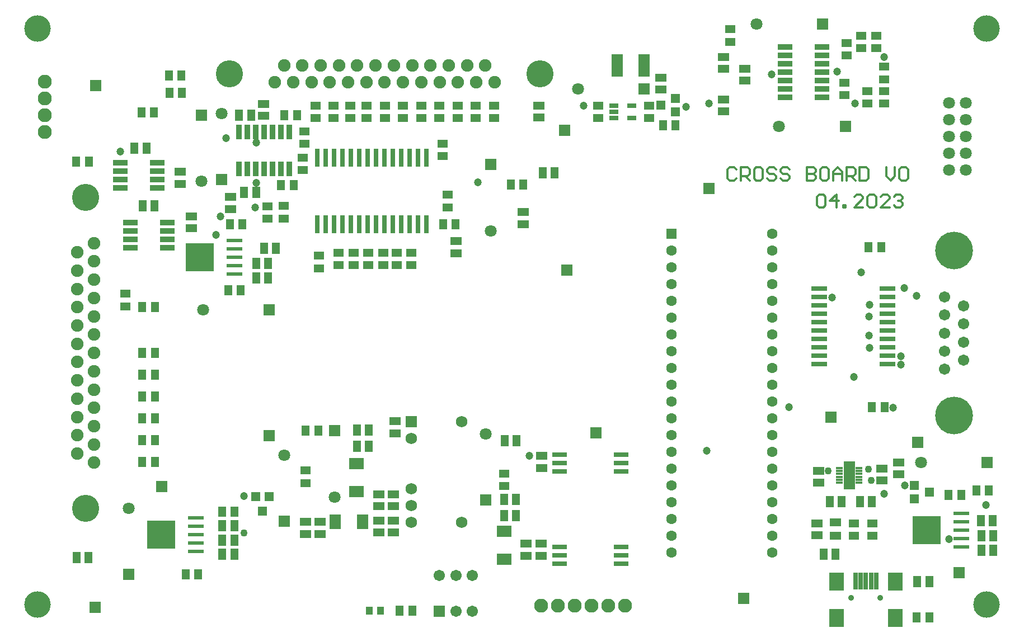
<source format=gts>
G04*
G04 #@! TF.GenerationSoftware,Altium Limited,Altium Designer,18.0.12 (696)*
G04*
G04 Layer_Color=10964583*
%FSLAX44Y44*%
%MOMM*%
G71*
G01*
G75*
%ADD15C,0.3000*%
%ADD22R,1.2540X1.6040*%
%ADD23R,2.2360X0.8644*%
%ADD24R,1.6540X1.3040*%
%ADD25R,1.3040X1.6540*%
%ADD26R,1.6040X1.2540*%
%ADD27R,0.8644X2.2360*%
%ADD28R,2.4040X0.8040*%
%ADD29R,1.3216X1.3216*%
%ADD30R,2.2040X0.8040*%
%ADD31R,1.0040X1.2040*%
%ADD32R,1.3216X1.3216*%
%ADD33R,2.3622X0.6096*%
%ADD34R,4.2040X4.2040*%
%ADD35R,0.8040X2.7040*%
%ADD36R,1.4540X0.8040*%
%ADD37R,1.0040X0.4540*%
%ADD38R,1.8040X4.2040*%
%ADD39R,1.7040X3.4044*%
%ADD40R,2.2040X2.7040*%
%ADD41R,0.7040X2.5040*%
%ADD42R,2.3040X1.8040*%
%ADD43R,1.8040X2.3040*%
%ADD44R,1.6540X1.1540*%
%ADD45R,1.8040X1.8040*%
%ADD46C,2.1040*%
%ADD47C,1.7040*%
%ADD48R,1.7040X1.7040*%
%ADD49C,5.7040*%
%ADD50R,1.7280X1.7280*%
%ADD51C,1.7280*%
%ADD52C,4.1040*%
%ADD53C,1.9040*%
%ADD54C,1.8040*%
%ADD55C,0.9000*%
%ADD56R,1.8040X1.8040*%
%ADD57C,1.6040*%
%ADD58R,1.6040X1.6040*%
%ADD59C,4.0040*%
%ADD60C,1.1040*%
%ADD61C,1.2040*%
D15*
X1421000Y866661D02*
X1424332Y869994D01*
X1430997D01*
X1434329Y866661D01*
Y853332D01*
X1430997Y850000D01*
X1424332D01*
X1421000Y853332D01*
Y866661D01*
X1450990Y850000D02*
Y869994D01*
X1440994Y859997D01*
X1454323D01*
X1460987Y850000D02*
Y853332D01*
X1464319D01*
Y850000D01*
X1460987D01*
X1490977D02*
X1477648D01*
X1490977Y863329D01*
Y866661D01*
X1487645Y869994D01*
X1480981D01*
X1477648Y866661D01*
X1497642D02*
X1500974Y869994D01*
X1507639D01*
X1510971Y866661D01*
Y853332D01*
X1507639Y850000D01*
X1500974D01*
X1497642Y853332D01*
Y866661D01*
X1530965Y850000D02*
X1517635D01*
X1530965Y863329D01*
Y866661D01*
X1527632Y869994D01*
X1520968D01*
X1517635Y866661D01*
X1537629D02*
X1540961Y869994D01*
X1547626D01*
X1550958Y866661D01*
Y863329D01*
X1547626Y859997D01*
X1544294D01*
X1547626D01*
X1550958Y856665D01*
Y853332D01*
X1547626Y850000D01*
X1540961D01*
X1537629Y853332D01*
X1299329Y907661D02*
X1295997Y910994D01*
X1289332D01*
X1286000Y907661D01*
Y894332D01*
X1289332Y891000D01*
X1295997D01*
X1299329Y894332D01*
X1305994Y891000D02*
Y910994D01*
X1315990D01*
X1319323Y907661D01*
Y900997D01*
X1315990Y897664D01*
X1305994D01*
X1312658D02*
X1319323Y891000D01*
X1335984Y910994D02*
X1329319D01*
X1325987Y907661D01*
Y894332D01*
X1329319Y891000D01*
X1335984D01*
X1339316Y894332D01*
Y907661D01*
X1335984Y910994D01*
X1359310Y907661D02*
X1355977Y910994D01*
X1349313D01*
X1345981Y907661D01*
Y904329D01*
X1349313Y900997D01*
X1355977D01*
X1359310Y897664D01*
Y894332D01*
X1355977Y891000D01*
X1349313D01*
X1345981Y894332D01*
X1379303Y907661D02*
X1375971Y910994D01*
X1369306D01*
X1365974Y907661D01*
Y904329D01*
X1369306Y900997D01*
X1375971D01*
X1379303Y897664D01*
Y894332D01*
X1375971Y891000D01*
X1369306D01*
X1365974Y894332D01*
X1405961Y910994D02*
Y891000D01*
X1415958D01*
X1419290Y894332D01*
Y897664D01*
X1415958Y900997D01*
X1405961D01*
X1415958D01*
X1419290Y904329D01*
Y907661D01*
X1415958Y910994D01*
X1405961D01*
X1435952D02*
X1429287D01*
X1425955Y907661D01*
Y894332D01*
X1429287Y891000D01*
X1435952D01*
X1439284Y894332D01*
Y907661D01*
X1435952Y910994D01*
X1445948Y891000D02*
Y904329D01*
X1452613Y910994D01*
X1459277Y904329D01*
Y891000D01*
Y900997D01*
X1445948D01*
X1465942Y891000D02*
Y910994D01*
X1475939D01*
X1479271Y907661D01*
Y900997D01*
X1475939Y897664D01*
X1465942D01*
X1472607D02*
X1479271Y891000D01*
X1485936Y910994D02*
Y891000D01*
X1495932D01*
X1499265Y894332D01*
Y907661D01*
X1495932Y910994D01*
X1485936D01*
X1525923D02*
Y897664D01*
X1532587Y891000D01*
X1539252Y897664D01*
Y910994D01*
X1545916Y907661D02*
X1549249Y910994D01*
X1555913D01*
X1559245Y907661D01*
Y894332D01*
X1555913Y891000D01*
X1549249D01*
X1545916Y894332D01*
Y907661D01*
D22*
X300500Y920000D02*
D03*
X319500D02*
D03*
X615500Y990000D02*
D03*
X634500D02*
D03*
X1518500Y790000D02*
D03*
X1499500D02*
D03*
X460500Y1024000D02*
D03*
X441500D02*
D03*
X629500Y884000D02*
D03*
X610500D02*
D03*
X1523500Y548000D02*
D03*
X1504500D02*
D03*
X790000Y240000D02*
D03*
X809000D02*
D03*
X552000Y825000D02*
D03*
X533000D02*
D03*
X521000Y390000D02*
D03*
X540000D02*
D03*
X1639500Y415000D02*
D03*
X1620500D02*
D03*
X400500Y465000D02*
D03*
X419500D02*
D03*
X400500Y597000D02*
D03*
X419500D02*
D03*
X400500Y630000D02*
D03*
X419500D02*
D03*
X400500Y498000D02*
D03*
X419500D02*
D03*
X400500Y531000D02*
D03*
X419500D02*
D03*
Y564000D02*
D03*
X400500D02*
D03*
X419500Y699428D02*
D03*
X400500D02*
D03*
X1207000Y975000D02*
D03*
X1188000D02*
D03*
X1591000Y230000D02*
D03*
X1572000D02*
D03*
X647500Y512000D02*
D03*
X666500D02*
D03*
X549500Y725000D02*
D03*
X530500D02*
D03*
X485000Y295000D02*
D03*
X466000D02*
D03*
X1662500Y422000D02*
D03*
X1681500D02*
D03*
X418000Y994500D02*
D03*
X399000D02*
D03*
X874500Y825000D02*
D03*
X855500D02*
D03*
X958000Y885000D02*
D03*
X977000D02*
D03*
X459500Y1050000D02*
D03*
X440500D02*
D03*
D23*
X423380Y879800D02*
D03*
Y892500D02*
D03*
Y905200D02*
D03*
Y917900D02*
D03*
X367500Y879800D02*
D03*
Y892500D02*
D03*
Y905200D02*
D03*
Y917900D02*
D03*
X438380Y789600D02*
D03*
Y802300D02*
D03*
Y815000D02*
D03*
Y827700D02*
D03*
X382500Y789600D02*
D03*
Y802300D02*
D03*
Y815000D02*
D03*
Y827700D02*
D03*
X1373000Y1029600D02*
D03*
Y1016900D02*
D03*
Y1093100D02*
D03*
Y1080400D02*
D03*
Y1067700D02*
D03*
Y1055000D02*
D03*
X1428880Y1029600D02*
D03*
Y1016900D02*
D03*
Y1093100D02*
D03*
Y1080400D02*
D03*
Y1067700D02*
D03*
Y1055000D02*
D03*
X1373000Y1042300D02*
D03*
X1428880D02*
D03*
D24*
X457500Y904000D02*
D03*
Y886000D02*
D03*
X1185000Y1046500D02*
D03*
Y1028500D02*
D03*
X1000000Y1004500D02*
D03*
Y986500D02*
D03*
X1312000Y1042000D02*
D03*
Y1060000D02*
D03*
X1280000Y996000D02*
D03*
Y1014000D02*
D03*
Y1060000D02*
D03*
Y1078000D02*
D03*
X758000Y398000D02*
D03*
Y416000D02*
D03*
X780000D02*
D03*
Y398000D02*
D03*
X780000Y358000D02*
D03*
Y376000D02*
D03*
X758000Y358000D02*
D03*
Y376000D02*
D03*
X647000Y356000D02*
D03*
Y374000D02*
D03*
X669000Y356000D02*
D03*
Y374000D02*
D03*
X1004000Y341000D02*
D03*
Y323000D02*
D03*
X981000Y341000D02*
D03*
Y323000D02*
D03*
X475000Y818500D02*
D03*
Y836500D02*
D03*
X1544500Y464250D02*
D03*
Y446250D02*
D03*
X1421500Y354000D02*
D03*
Y372000D02*
D03*
X1519000Y436750D02*
D03*
Y454750D02*
D03*
X782500Y526500D02*
D03*
Y508500D02*
D03*
X1005000Y474000D02*
D03*
Y456000D02*
D03*
X1424000Y451250D02*
D03*
Y433250D02*
D03*
X875000Y799000D02*
D03*
Y781000D02*
D03*
X977000Y825000D02*
D03*
Y843000D02*
D03*
X534000Y866000D02*
D03*
Y848000D02*
D03*
X584000Y1007000D02*
D03*
Y989000D02*
D03*
D25*
X401000Y852500D02*
D03*
X419000D02*
D03*
X1573000Y284000D02*
D03*
X1591000D02*
D03*
X743000Y489000D02*
D03*
X725000D02*
D03*
X743000Y513000D02*
D03*
X725000D02*
D03*
X590901Y743236D02*
D03*
X572901D02*
D03*
Y765236D02*
D03*
X590901D02*
D03*
X584901Y788236D02*
D03*
X602901D02*
D03*
X966000Y384000D02*
D03*
X948000D02*
D03*
X966000Y408000D02*
D03*
X948000D02*
D03*
X539500Y325000D02*
D03*
X521500D02*
D03*
Y346833D02*
D03*
X539500D02*
D03*
X521500Y368667D02*
D03*
X539500D02*
D03*
X1688000Y331000D02*
D03*
X1670000D02*
D03*
Y353000D02*
D03*
X1688000D02*
D03*
X1669000Y376000D02*
D03*
X1687000D02*
D03*
X388500Y940000D02*
D03*
X406500D02*
D03*
X1449000Y325000D02*
D03*
X1431000D02*
D03*
X1458500Y405000D02*
D03*
X1440500D02*
D03*
X1486000D02*
D03*
X1504000D02*
D03*
X1006000Y902500D02*
D03*
X1024000D02*
D03*
X966500Y497500D02*
D03*
X948500D02*
D03*
X554500Y873000D02*
D03*
X572500D02*
D03*
X565000Y990000D02*
D03*
X547000D02*
D03*
X319000Y320000D02*
D03*
X301000D02*
D03*
D26*
X646000Y965500D02*
D03*
Y946500D02*
D03*
X855000Y947000D02*
D03*
Y928000D02*
D03*
X1488000Y1110500D02*
D03*
Y1091500D02*
D03*
X614000Y852500D02*
D03*
Y833500D02*
D03*
X590000Y852000D02*
D03*
Y833000D02*
D03*
X1466000Y1080500D02*
D03*
Y1099500D02*
D03*
X862500Y869500D02*
D03*
Y850500D02*
D03*
X1290000Y1120000D02*
D03*
Y1101000D02*
D03*
X1523000Y1063500D02*
D03*
Y1044500D02*
D03*
X1463000Y1039100D02*
D03*
Y1020100D02*
D03*
X1497000Y1007400D02*
D03*
Y1026400D02*
D03*
X1523000D02*
D03*
Y1007400D02*
D03*
X1511000Y1091500D02*
D03*
Y1110500D02*
D03*
X375000Y719500D02*
D03*
Y700500D02*
D03*
X668000Y777250D02*
D03*
Y758250D02*
D03*
X822500Y1004500D02*
D03*
Y985500D02*
D03*
X1090000D02*
D03*
Y1004500D02*
D03*
X850000D02*
D03*
Y985500D02*
D03*
X877500Y1004500D02*
D03*
Y985500D02*
D03*
X932500Y1004500D02*
D03*
Y985500D02*
D03*
X905000Y1004500D02*
D03*
Y985500D02*
D03*
X1167500Y1004500D02*
D03*
Y985500D02*
D03*
X1505000Y353000D02*
D03*
Y372000D02*
D03*
X1477000Y353000D02*
D03*
Y372000D02*
D03*
X647500Y452000D02*
D03*
Y433000D02*
D03*
X948000Y428500D02*
D03*
Y447500D02*
D03*
X795000Y1004500D02*
D03*
Y985500D02*
D03*
X767500Y1004500D02*
D03*
Y985500D02*
D03*
X740000Y1004500D02*
D03*
Y985500D02*
D03*
X715000Y1004500D02*
D03*
Y985500D02*
D03*
X690000Y1004500D02*
D03*
Y985500D02*
D03*
X662500Y1004500D02*
D03*
Y985500D02*
D03*
X643000Y925500D02*
D03*
Y906500D02*
D03*
X807500Y763000D02*
D03*
Y782000D02*
D03*
X785000Y763000D02*
D03*
Y782000D02*
D03*
X765000Y763000D02*
D03*
Y782000D02*
D03*
X742500Y763000D02*
D03*
Y782000D02*
D03*
X720000Y763000D02*
D03*
Y782000D02*
D03*
X697500Y763000D02*
D03*
Y782000D02*
D03*
D27*
X597700Y964880D02*
D03*
Y909000D02*
D03*
X585000Y964880D02*
D03*
X572300D02*
D03*
X559600D02*
D03*
X546900D02*
D03*
X623100D02*
D03*
X610400D02*
D03*
X585000Y909000D02*
D03*
X572300D02*
D03*
X559600D02*
D03*
X546900D02*
D03*
X623100D02*
D03*
X610400D02*
D03*
D28*
X1527500Y727150D02*
D03*
Y714450D02*
D03*
Y701750D02*
D03*
Y689050D02*
D03*
Y676350D02*
D03*
Y663650D02*
D03*
Y650950D02*
D03*
Y638250D02*
D03*
Y625550D02*
D03*
Y612850D02*
D03*
X1424500D02*
D03*
Y625550D02*
D03*
Y638250D02*
D03*
Y650950D02*
D03*
Y663650D02*
D03*
Y676350D02*
D03*
Y689050D02*
D03*
Y701750D02*
D03*
Y714450D02*
D03*
Y727150D02*
D03*
D29*
X1591000Y419000D02*
D03*
X1568902Y408840D02*
D03*
Y429160D02*
D03*
X1207098Y994840D02*
D03*
Y1015160D02*
D03*
X1185000Y1005000D02*
D03*
D30*
X1031500Y475550D02*
D03*
Y462850D02*
D03*
Y450150D02*
D03*
Y335850D02*
D03*
Y323150D02*
D03*
Y310450D02*
D03*
X1124500D02*
D03*
Y323150D02*
D03*
Y335850D02*
D03*
Y450150D02*
D03*
Y462850D02*
D03*
Y475550D02*
D03*
D31*
X760500Y240000D02*
D03*
X744000D02*
D03*
D32*
X592500Y412500D02*
D03*
X572180D02*
D03*
X582340Y390402D02*
D03*
D33*
X540000Y749400D02*
D03*
Y762100D02*
D03*
Y774800D02*
D03*
Y787500D02*
D03*
Y800200D02*
D03*
X481599Y329600D02*
D03*
Y342300D02*
D03*
Y355000D02*
D03*
Y367700D02*
D03*
Y380400D02*
D03*
X1639959Y336100D02*
D03*
Y348800D02*
D03*
Y361500D02*
D03*
Y374200D02*
D03*
Y386900D02*
D03*
D34*
X487041Y774800D02*
D03*
X428640Y355000D02*
D03*
X1587000Y361500D02*
D03*
D35*
X830050Y925500D02*
D03*
X817350D02*
D03*
X804650D02*
D03*
X791950D02*
D03*
X779250D02*
D03*
X766550D02*
D03*
X753850D02*
D03*
X741150D02*
D03*
X728450D02*
D03*
X715750D02*
D03*
X703050D02*
D03*
X690350D02*
D03*
X677650D02*
D03*
X664950D02*
D03*
Y824500D02*
D03*
X677650D02*
D03*
X690350D02*
D03*
X703050D02*
D03*
X715750D02*
D03*
X728450D02*
D03*
X741150D02*
D03*
X753850D02*
D03*
X766550D02*
D03*
X779250D02*
D03*
X791950D02*
D03*
X804650D02*
D03*
X817350D02*
D03*
X830050D02*
D03*
D36*
X1114000Y1004500D02*
D03*
Y995000D02*
D03*
Y985500D02*
D03*
X1141000D02*
D03*
Y1004500D02*
D03*
D37*
X1485000Y433500D02*
D03*
Y438000D02*
D03*
Y442500D02*
D03*
Y447000D02*
D03*
Y451500D02*
D03*
Y456000D02*
D03*
X1455000Y433500D02*
D03*
Y438000D02*
D03*
Y442500D02*
D03*
Y447000D02*
D03*
Y451500D02*
D03*
Y456000D02*
D03*
D38*
X1470000Y445000D02*
D03*
D39*
X1160000Y1065000D02*
D03*
X1118600D02*
D03*
D40*
X1450500Y284000D02*
D03*
X1539500D02*
D03*
X1450500Y229000D02*
D03*
X1539500D02*
D03*
D41*
X1503000Y285000D02*
D03*
X1487000D02*
D03*
X1511000D02*
D03*
X1495000D02*
D03*
X1479250D02*
D03*
D42*
X724000Y462000D02*
D03*
Y420000D02*
D03*
X948000Y360000D02*
D03*
Y318000D02*
D03*
D43*
X692000Y374000D02*
D03*
X734000D02*
D03*
D44*
X1449250Y373250D02*
D03*
Y353250D02*
D03*
D45*
X1258164Y878688D02*
D03*
X330000Y1035000D02*
D03*
X430000Y428000D02*
D03*
X691000Y512000D02*
D03*
X615000Y375000D02*
D03*
X380000Y295000D02*
D03*
X920000Y407500D02*
D03*
X520000Y892700D02*
D03*
X927500Y915000D02*
D03*
X490000Y990000D02*
D03*
X329000Y245000D02*
D03*
X1043000Y755000D02*
D03*
X1039000Y967000D02*
D03*
X1636000Y297000D02*
D03*
X1087000Y509000D02*
D03*
X592000Y505000D02*
D03*
X1310000Y258000D02*
D03*
X1442000Y533000D02*
D03*
X1574000Y495000D02*
D03*
D46*
X252500Y964200D02*
D03*
Y989600D02*
D03*
Y1015000D02*
D03*
Y1040400D02*
D03*
X1131000Y247500D02*
D03*
X1105600D02*
D03*
X1080200D02*
D03*
X1054800D02*
D03*
X1029400D02*
D03*
X1004000D02*
D03*
D47*
X900000Y239000D02*
D03*
X900000Y293000D02*
D03*
X875000D02*
D03*
Y239000D02*
D03*
X850000Y293000D02*
D03*
X1643000Y646400D02*
D03*
X1614552Y714900D02*
D03*
Y687500D02*
D03*
Y660100D02*
D03*
Y632700D02*
D03*
Y605300D02*
D03*
X1643000Y619000D02*
D03*
Y673800D02*
D03*
Y701200D02*
D03*
D48*
X850000Y239000D02*
D03*
D49*
X1628776Y535150D02*
D03*
Y785050D02*
D03*
D50*
X807000Y525600D02*
D03*
D51*
Y500200D02*
D03*
Y424000D02*
D03*
Y398600D02*
D03*
Y373200D02*
D03*
X883200D02*
D03*
Y525600D02*
D03*
D52*
X315000Y865200D02*
D03*
Y394800D02*
D03*
X531950Y1052300D02*
D03*
X1002350D02*
D03*
D53*
X327700Y796200D02*
D03*
Y768500D02*
D03*
Y740800D02*
D03*
Y713100D02*
D03*
Y685400D02*
D03*
Y657700D02*
D03*
Y630000D02*
D03*
Y602300D02*
D03*
Y574600D02*
D03*
Y546900D02*
D03*
Y519200D02*
D03*
Y491500D02*
D03*
Y463800D02*
D03*
X302300Y782350D02*
D03*
Y754650D02*
D03*
Y726950D02*
D03*
Y699250D02*
D03*
Y671550D02*
D03*
Y643850D02*
D03*
Y616150D02*
D03*
Y588450D02*
D03*
Y560750D02*
D03*
Y533050D02*
D03*
Y505350D02*
D03*
Y477650D02*
D03*
X933350Y1039600D02*
D03*
X905650D02*
D03*
X877950D02*
D03*
X850250D02*
D03*
X822550D02*
D03*
X794850D02*
D03*
X767150D02*
D03*
X739450D02*
D03*
X711750D02*
D03*
X684050D02*
D03*
X656350D02*
D03*
X628650D02*
D03*
X600950D02*
D03*
X919500Y1065000D02*
D03*
X891800D02*
D03*
X864100D02*
D03*
X836400D02*
D03*
X808700D02*
D03*
X781000D02*
D03*
X753300D02*
D03*
X725600D02*
D03*
X697900D02*
D03*
X670200D02*
D03*
X642500D02*
D03*
X614800D02*
D03*
D54*
X1646474Y1008624D02*
D03*
X1621074D02*
D03*
X1646474Y983224D02*
D03*
X1621074D02*
D03*
X1646474Y957824D02*
D03*
X1621074D02*
D03*
Y932424D02*
D03*
X1646474D02*
D03*
X1621074Y907024D02*
D03*
X1646474D02*
D03*
X691000Y412000D02*
D03*
X492500Y695000D02*
D03*
X615000Y475000D02*
D03*
X380000Y395000D02*
D03*
X920000Y507500D02*
D03*
X1579000Y464000D02*
D03*
X520000Y992700D02*
D03*
X1364000Y973000D02*
D03*
X1330000Y1127500D02*
D03*
X927500Y815000D02*
D03*
X1060000Y1030000D02*
D03*
X490000Y890000D02*
D03*
D55*
X1473000Y259000D02*
D03*
X1517000D02*
D03*
D56*
X592500Y695000D02*
D03*
X1679000Y464000D02*
D03*
X1464000Y973000D02*
D03*
X1430000Y1127500D02*
D03*
X1160000Y1030000D02*
D03*
D57*
X1353400Y784600D02*
D03*
Y327400D02*
D03*
Y352800D02*
D03*
Y378200D02*
D03*
Y403600D02*
D03*
Y429000D02*
D03*
Y454400D02*
D03*
Y479800D02*
D03*
Y505200D02*
D03*
Y530600D02*
D03*
Y556000D02*
D03*
Y581400D02*
D03*
Y606800D02*
D03*
Y632200D02*
D03*
Y657600D02*
D03*
Y683000D02*
D03*
Y708400D02*
D03*
Y733800D02*
D03*
Y759200D02*
D03*
X1201000Y784600D02*
D03*
Y759200D02*
D03*
Y733800D02*
D03*
Y708400D02*
D03*
Y683000D02*
D03*
Y657600D02*
D03*
Y632200D02*
D03*
Y606800D02*
D03*
Y581400D02*
D03*
Y556000D02*
D03*
Y530600D02*
D03*
Y505200D02*
D03*
Y479800D02*
D03*
Y454400D02*
D03*
Y429000D02*
D03*
Y403600D02*
D03*
Y378200D02*
D03*
Y352800D02*
D03*
Y327400D02*
D03*
X1353400Y810000D02*
D03*
D58*
X1201000D02*
D03*
D59*
X242000Y1121000D02*
D03*
Y249000D02*
D03*
X1678000D02*
D03*
Y1121000D02*
D03*
D60*
X1498750Y454250D02*
D03*
X1503000Y437250D02*
D03*
X554000Y357250D02*
D03*
X1438500Y451750D02*
D03*
D61*
X1523000Y417000D02*
D03*
Y1078250D02*
D03*
X518250Y836500D02*
D03*
X572518Y948036D02*
D03*
X1068500Y1004500D02*
D03*
X1223000Y1003000D02*
D03*
X571000Y850000D02*
D03*
X512000Y809000D02*
D03*
X986000Y474000D02*
D03*
X554000Y413000D02*
D03*
X367500Y935000D02*
D03*
X572500Y887500D02*
D03*
X527500Y955000D02*
D03*
X1257500Y1007500D02*
D03*
X1488000Y752000D02*
D03*
X1353000Y1052000D02*
D03*
X1536000Y547000D02*
D03*
X1548000Y612700D02*
D03*
Y625000D02*
D03*
X1572000Y716000D02*
D03*
X1553000Y728000D02*
D03*
X1477000Y594000D02*
D03*
X1501000Y703000D02*
D03*
X1500000Y685000D02*
D03*
X1500000Y656000D02*
D03*
X1501000Y638000D02*
D03*
X1379000Y548000D02*
D03*
X1254000Y482000D02*
D03*
X1444000Y714000D02*
D03*
X1554160Y429160D02*
D03*
X1677000Y400000D02*
D03*
X1621200Y348200D02*
D03*
X908000Y888000D02*
D03*
X1479000Y1007800D02*
D03*
X1452000Y1056000D02*
D03*
M02*

</source>
